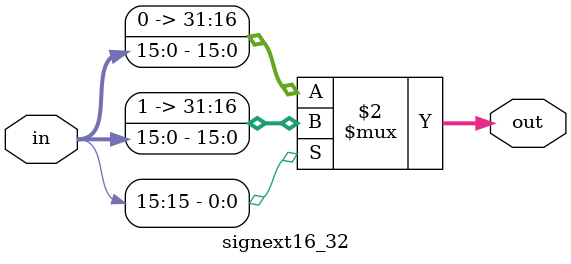
<source format=v>

module signext16_32 (input wire[15:0] in, output wire [31:0] out);

    assign out = (in[15] == 0) ? {{16{1'b0}}, in} : {{16{1'b1}}, in};

endmodule
</source>
